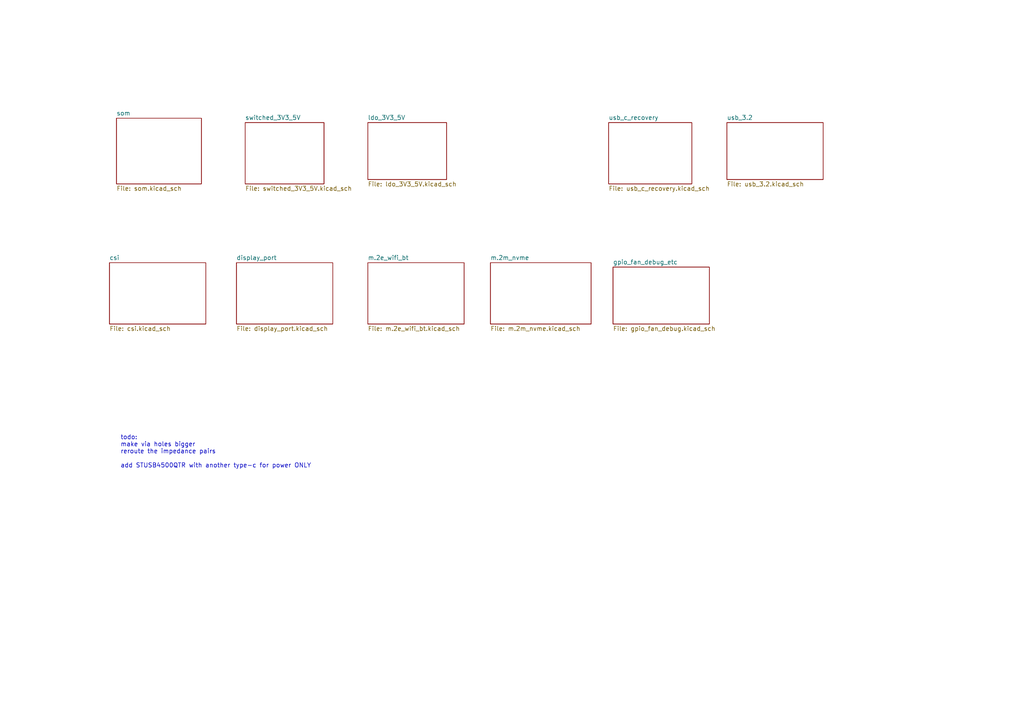
<source format=kicad_sch>
(kicad_sch (version 20230121) (generator eeschema)
  (paper "A4")
  (lib_symbols)
  (text "todo:\nmake via holes bigger\nreroute the impedance pairs\n\nadd STUSB4500QTR with another type-c for power ONLY\n" (at 34.925 135.89 0) (effects (font (size 1.27 1.27)) (justify left bottom)))
  (sheet (at 71.12 35.56) (size 22.86 17.78) (stroke (width 0.1524))
    (property "Sheetname" "switched_3V3_5V" (at 71.12 34.8484 0) (effects (justify left bottom)))
    (property "Sheetfile" "switched_3V3_5V.kicad_sch" (at 71.12 53.9246 0) (effects (justify left top)))
  )
  (sheet (at 210.82 35.56) (size 27.94 16.51) (stroke (width 0.1524))
    (property "Sheetname" "usb_3.2" (at 210.82 34.8484 0) (effects (justify left bottom)))
    (property "Sheetfile" "usb_3.2.kicad_sch" (at 210.82 52.6546 0) (effects (justify left top)))
  )
  (sheet (at 31.75 76.2) (size 27.94 17.78) (stroke (width 0.1524))
    (property "Sheetname" "csi" (at 31.75 75.4884 0) (effects (justify left bottom)))
    (property "Sheetfile" "csi.kicad_sch" (at 31.75 94.5646 0) (effects (justify left top)))
  )
  (sheet (at 68.58 76.2) (size 27.94 17.78) (stroke (width 0.1524))
    (property "Sheetname" "display_port" (at 68.58 75.4884 0) (effects (justify left bottom)))
    (property "Sheetfile" "display_port.kicad_sch" (at 68.58 94.5646 0) (effects (justify left top)))
  )
  (sheet (at 106.68 76.2) (size 27.94 17.78) (stroke (width 0.1524))
    (property "Sheetname" "m.2e_wifi_bt" (at 106.68 75.4884 0) (effects (justify left bottom)))
    (property "Sheetfile" "m.2e_wifi_bt.kicad_sch" (at 106.68 94.5646 0) (effects (justify left top)))
  )
  (sheet (at 106.68 35.56) (size 22.86 16.51) (stroke (width 0.1524))
    (property "Sheetname" "ldo_3V3_5V" (at 106.68 34.8484 0) (effects (justify left bottom)))
    (property "Sheetfile" "ldo_3V3_5V.kicad_sch" (at 106.68 52.6546 0) (effects (justify left top)))
  )
  (sheet (at 177.8 77.47) (size 27.94 16.51) (stroke (width 0.1524))
    (property "Sheetname" "gpio_fan_debug_etc" (at 177.8 76.7584 0) (effects (justify left bottom)))
    (property "Sheetfile" "gpio_fan_debug.kicad_sch" (at 177.8 94.5646 0) (effects (justify left top)))
  )
  (sheet (at 142.24 76.2) (size 29.21 17.78) (stroke (width 0.1524))
    (property "Sheetname" "m.2m_nvme" (at 142.24 75.4884 0) (effects (justify left bottom)))
    (property "Sheetfile" "m.2m_nvme.kicad_sch" (at 142.24 94.5646 0) (effects (justify left top)))
  )
  (sheet (at 33.782 34.29) (size 24.638 19.05) (stroke (width 0.1524))
    (property "Sheetname" "som" (at 33.782 33.5784 0) (effects (justify left bottom)))
    (property "Sheetfile" "som.kicad_sch" (at 33.782 53.9246 0) (effects (justify left top)))
  )
  (sheet (at 176.53 35.56) (size 24.13 17.78) (stroke (width 0.1524))
    (property "Sheetname" "usb_c_recovery" (at 176.53 34.8484 0) (effects (justify left bottom)))
    (property "Sheetfile" "usb_c_recovery.kicad_sch" (at 176.53 53.9246 0) (effects (justify left top)))
  )
)
</source>
